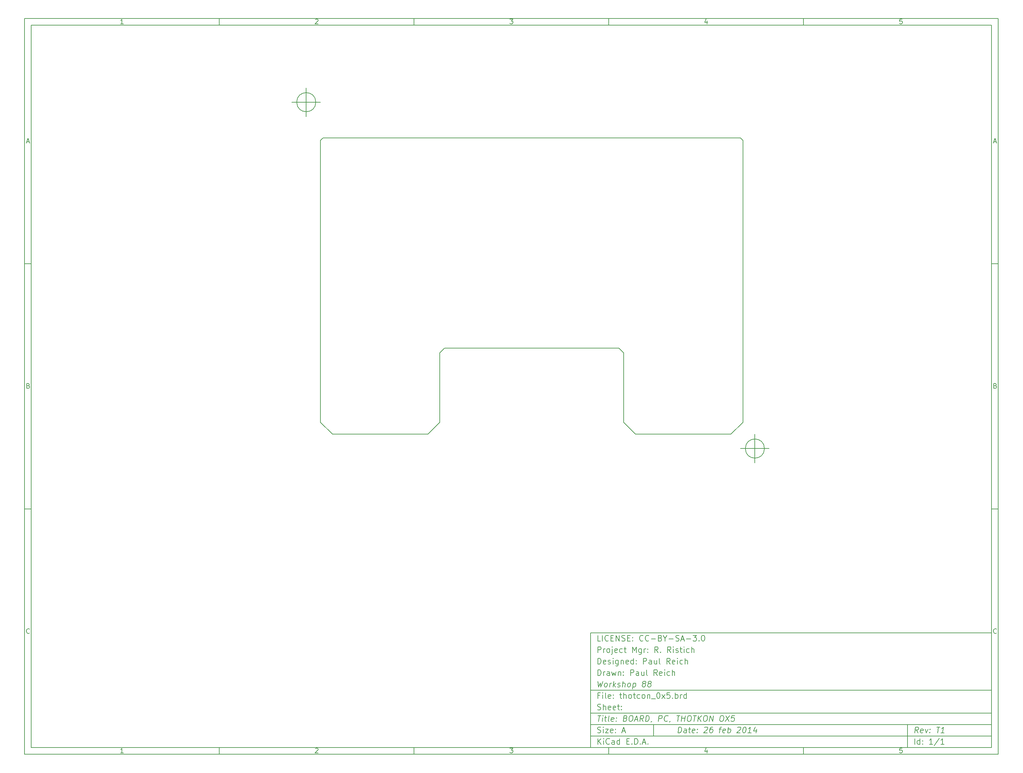
<source format=gbr>
G04 (created by PCBNEW (2013-dec-23)-stable) date Wed 26 Feb 2014 13:08:01 CST*
%MOIN*%
G04 Gerber Fmt 3.4, Leading zero omitted, Abs format*
%FSLAX34Y34*%
G01*
G70*
G90*
G04 APERTURE LIST*
%ADD10C,0.00590551*%
%ADD11C,0.006*%
G04 APERTURE END LIST*
G54D10*
X4000Y-4000D02*
X106000Y-4000D01*
X106000Y-81000D01*
X4000Y-81000D01*
X4000Y-4000D01*
X4700Y-4700D02*
X105300Y-4700D01*
X105300Y-80300D01*
X4700Y-80300D01*
X4700Y-4700D01*
X24400Y-4000D02*
X24400Y-4700D01*
X14342Y-4552D02*
X14057Y-4552D01*
X14200Y-4552D02*
X14200Y-4052D01*
X14152Y-4123D01*
X14104Y-4171D01*
X14057Y-4195D01*
X24400Y-81000D02*
X24400Y-80300D01*
X14342Y-80852D02*
X14057Y-80852D01*
X14200Y-80852D02*
X14200Y-80352D01*
X14152Y-80423D01*
X14104Y-80471D01*
X14057Y-80495D01*
X44800Y-4000D02*
X44800Y-4700D01*
X34457Y-4100D02*
X34480Y-4076D01*
X34528Y-4052D01*
X34647Y-4052D01*
X34695Y-4076D01*
X34719Y-4100D01*
X34742Y-4147D01*
X34742Y-4195D01*
X34719Y-4266D01*
X34433Y-4552D01*
X34742Y-4552D01*
X44800Y-81000D02*
X44800Y-80300D01*
X34457Y-80400D02*
X34480Y-80376D01*
X34528Y-80352D01*
X34647Y-80352D01*
X34695Y-80376D01*
X34719Y-80400D01*
X34742Y-80447D01*
X34742Y-80495D01*
X34719Y-80566D01*
X34433Y-80852D01*
X34742Y-80852D01*
X65200Y-4000D02*
X65200Y-4700D01*
X54833Y-4052D02*
X55142Y-4052D01*
X54976Y-4242D01*
X55047Y-4242D01*
X55095Y-4266D01*
X55119Y-4290D01*
X55142Y-4338D01*
X55142Y-4457D01*
X55119Y-4504D01*
X55095Y-4528D01*
X55047Y-4552D01*
X54904Y-4552D01*
X54857Y-4528D01*
X54833Y-4504D01*
X65200Y-81000D02*
X65200Y-80300D01*
X54833Y-80352D02*
X55142Y-80352D01*
X54976Y-80542D01*
X55047Y-80542D01*
X55095Y-80566D01*
X55119Y-80590D01*
X55142Y-80638D01*
X55142Y-80757D01*
X55119Y-80804D01*
X55095Y-80828D01*
X55047Y-80852D01*
X54904Y-80852D01*
X54857Y-80828D01*
X54833Y-80804D01*
X85600Y-4000D02*
X85600Y-4700D01*
X75495Y-4219D02*
X75495Y-4552D01*
X75376Y-4028D02*
X75257Y-4385D01*
X75566Y-4385D01*
X85600Y-81000D02*
X85600Y-80300D01*
X75495Y-80519D02*
X75495Y-80852D01*
X75376Y-80328D02*
X75257Y-80685D01*
X75566Y-80685D01*
X95919Y-4052D02*
X95680Y-4052D01*
X95657Y-4290D01*
X95680Y-4266D01*
X95728Y-4242D01*
X95847Y-4242D01*
X95895Y-4266D01*
X95919Y-4290D01*
X95942Y-4338D01*
X95942Y-4457D01*
X95919Y-4504D01*
X95895Y-4528D01*
X95847Y-4552D01*
X95728Y-4552D01*
X95680Y-4528D01*
X95657Y-4504D01*
X95919Y-80352D02*
X95680Y-80352D01*
X95657Y-80590D01*
X95680Y-80566D01*
X95728Y-80542D01*
X95847Y-80542D01*
X95895Y-80566D01*
X95919Y-80590D01*
X95942Y-80638D01*
X95942Y-80757D01*
X95919Y-80804D01*
X95895Y-80828D01*
X95847Y-80852D01*
X95728Y-80852D01*
X95680Y-80828D01*
X95657Y-80804D01*
X4000Y-29660D02*
X4700Y-29660D01*
X4230Y-16889D02*
X4469Y-16889D01*
X4183Y-17032D02*
X4350Y-16532D01*
X4516Y-17032D01*
X106000Y-29660D02*
X105300Y-29660D01*
X105530Y-16889D02*
X105769Y-16889D01*
X105483Y-17032D02*
X105650Y-16532D01*
X105816Y-17032D01*
X4000Y-55320D02*
X4700Y-55320D01*
X4385Y-42430D02*
X4457Y-42454D01*
X4480Y-42478D01*
X4504Y-42525D01*
X4504Y-42597D01*
X4480Y-42644D01*
X4457Y-42668D01*
X4409Y-42692D01*
X4219Y-42692D01*
X4219Y-42192D01*
X4385Y-42192D01*
X4433Y-42216D01*
X4457Y-42240D01*
X4480Y-42287D01*
X4480Y-42335D01*
X4457Y-42382D01*
X4433Y-42406D01*
X4385Y-42430D01*
X4219Y-42430D01*
X106000Y-55320D02*
X105300Y-55320D01*
X105685Y-42430D02*
X105757Y-42454D01*
X105780Y-42478D01*
X105804Y-42525D01*
X105804Y-42597D01*
X105780Y-42644D01*
X105757Y-42668D01*
X105709Y-42692D01*
X105519Y-42692D01*
X105519Y-42192D01*
X105685Y-42192D01*
X105733Y-42216D01*
X105757Y-42240D01*
X105780Y-42287D01*
X105780Y-42335D01*
X105757Y-42382D01*
X105733Y-42406D01*
X105685Y-42430D01*
X105519Y-42430D01*
X4504Y-68304D02*
X4480Y-68328D01*
X4409Y-68352D01*
X4361Y-68352D01*
X4290Y-68328D01*
X4242Y-68280D01*
X4219Y-68233D01*
X4195Y-68138D01*
X4195Y-68066D01*
X4219Y-67971D01*
X4242Y-67923D01*
X4290Y-67876D01*
X4361Y-67852D01*
X4409Y-67852D01*
X4480Y-67876D01*
X4504Y-67900D01*
X105804Y-68304D02*
X105780Y-68328D01*
X105709Y-68352D01*
X105661Y-68352D01*
X105590Y-68328D01*
X105542Y-68280D01*
X105519Y-68233D01*
X105495Y-68138D01*
X105495Y-68066D01*
X105519Y-67971D01*
X105542Y-67923D01*
X105590Y-67876D01*
X105661Y-67852D01*
X105709Y-67852D01*
X105780Y-67876D01*
X105804Y-67900D01*
X72450Y-78742D02*
X72525Y-78142D01*
X72667Y-78142D01*
X72750Y-78171D01*
X72800Y-78228D01*
X72821Y-78285D01*
X72835Y-78400D01*
X72825Y-78485D01*
X72782Y-78600D01*
X72746Y-78657D01*
X72682Y-78714D01*
X72592Y-78742D01*
X72450Y-78742D01*
X73307Y-78742D02*
X73346Y-78428D01*
X73325Y-78371D01*
X73271Y-78342D01*
X73157Y-78342D01*
X73096Y-78371D01*
X73310Y-78714D02*
X73250Y-78742D01*
X73107Y-78742D01*
X73053Y-78714D01*
X73032Y-78657D01*
X73039Y-78600D01*
X73075Y-78542D01*
X73135Y-78514D01*
X73278Y-78514D01*
X73339Y-78485D01*
X73557Y-78342D02*
X73785Y-78342D01*
X73667Y-78142D02*
X73603Y-78657D01*
X73625Y-78714D01*
X73678Y-78742D01*
X73735Y-78742D01*
X74167Y-78714D02*
X74107Y-78742D01*
X73992Y-78742D01*
X73939Y-78714D01*
X73917Y-78657D01*
X73946Y-78428D01*
X73982Y-78371D01*
X74042Y-78342D01*
X74157Y-78342D01*
X74210Y-78371D01*
X74232Y-78428D01*
X74225Y-78485D01*
X73932Y-78542D01*
X74457Y-78685D02*
X74482Y-78714D01*
X74450Y-78742D01*
X74425Y-78714D01*
X74457Y-78685D01*
X74450Y-78742D01*
X74496Y-78371D02*
X74521Y-78400D01*
X74489Y-78428D01*
X74464Y-78400D01*
X74496Y-78371D01*
X74489Y-78428D01*
X75232Y-78200D02*
X75264Y-78171D01*
X75325Y-78142D01*
X75467Y-78142D01*
X75521Y-78171D01*
X75546Y-78200D01*
X75567Y-78257D01*
X75560Y-78314D01*
X75521Y-78400D01*
X75135Y-78742D01*
X75507Y-78742D01*
X76096Y-78142D02*
X75982Y-78142D01*
X75921Y-78171D01*
X75889Y-78200D01*
X75821Y-78285D01*
X75778Y-78400D01*
X75750Y-78628D01*
X75771Y-78685D01*
X75796Y-78714D01*
X75850Y-78742D01*
X75964Y-78742D01*
X76025Y-78714D01*
X76057Y-78685D01*
X76092Y-78628D01*
X76110Y-78485D01*
X76089Y-78428D01*
X76064Y-78400D01*
X76010Y-78371D01*
X75896Y-78371D01*
X75835Y-78400D01*
X75803Y-78428D01*
X75767Y-78485D01*
X76757Y-78342D02*
X76985Y-78342D01*
X76792Y-78742D02*
X76857Y-78228D01*
X76892Y-78171D01*
X76953Y-78142D01*
X77010Y-78142D01*
X77367Y-78714D02*
X77307Y-78742D01*
X77192Y-78742D01*
X77139Y-78714D01*
X77117Y-78657D01*
X77146Y-78428D01*
X77182Y-78371D01*
X77242Y-78342D01*
X77357Y-78342D01*
X77410Y-78371D01*
X77432Y-78428D01*
X77425Y-78485D01*
X77132Y-78542D01*
X77650Y-78742D02*
X77725Y-78142D01*
X77696Y-78371D02*
X77757Y-78342D01*
X77871Y-78342D01*
X77925Y-78371D01*
X77950Y-78400D01*
X77971Y-78457D01*
X77950Y-78628D01*
X77914Y-78685D01*
X77882Y-78714D01*
X77821Y-78742D01*
X77707Y-78742D01*
X77653Y-78714D01*
X78689Y-78200D02*
X78721Y-78171D01*
X78782Y-78142D01*
X78925Y-78142D01*
X78978Y-78171D01*
X79003Y-78200D01*
X79025Y-78257D01*
X79017Y-78314D01*
X78978Y-78400D01*
X78592Y-78742D01*
X78964Y-78742D01*
X79410Y-78142D02*
X79467Y-78142D01*
X79521Y-78171D01*
X79546Y-78200D01*
X79567Y-78257D01*
X79582Y-78371D01*
X79564Y-78514D01*
X79521Y-78628D01*
X79485Y-78685D01*
X79453Y-78714D01*
X79392Y-78742D01*
X79335Y-78742D01*
X79282Y-78714D01*
X79257Y-78685D01*
X79235Y-78628D01*
X79221Y-78514D01*
X79239Y-78371D01*
X79282Y-78257D01*
X79317Y-78200D01*
X79350Y-78171D01*
X79410Y-78142D01*
X80107Y-78742D02*
X79764Y-78742D01*
X79935Y-78742D02*
X80010Y-78142D01*
X79942Y-78228D01*
X79878Y-78285D01*
X79817Y-78314D01*
X80671Y-78342D02*
X80621Y-78742D01*
X80557Y-78114D02*
X80360Y-78542D01*
X80732Y-78542D01*
X64042Y-79942D02*
X64042Y-79342D01*
X64385Y-79942D02*
X64128Y-79600D01*
X64385Y-79342D02*
X64042Y-79685D01*
X64642Y-79942D02*
X64642Y-79542D01*
X64642Y-79342D02*
X64614Y-79371D01*
X64642Y-79400D01*
X64671Y-79371D01*
X64642Y-79342D01*
X64642Y-79400D01*
X65271Y-79885D02*
X65242Y-79914D01*
X65157Y-79942D01*
X65100Y-79942D01*
X65014Y-79914D01*
X64957Y-79857D01*
X64928Y-79800D01*
X64900Y-79685D01*
X64900Y-79600D01*
X64928Y-79485D01*
X64957Y-79428D01*
X65014Y-79371D01*
X65100Y-79342D01*
X65157Y-79342D01*
X65242Y-79371D01*
X65271Y-79400D01*
X65785Y-79942D02*
X65785Y-79628D01*
X65757Y-79571D01*
X65700Y-79542D01*
X65585Y-79542D01*
X65528Y-79571D01*
X65785Y-79914D02*
X65728Y-79942D01*
X65585Y-79942D01*
X65528Y-79914D01*
X65500Y-79857D01*
X65500Y-79800D01*
X65528Y-79742D01*
X65585Y-79714D01*
X65728Y-79714D01*
X65785Y-79685D01*
X66328Y-79942D02*
X66328Y-79342D01*
X66328Y-79914D02*
X66271Y-79942D01*
X66157Y-79942D01*
X66100Y-79914D01*
X66071Y-79885D01*
X66042Y-79828D01*
X66042Y-79657D01*
X66071Y-79600D01*
X66100Y-79571D01*
X66157Y-79542D01*
X66271Y-79542D01*
X66328Y-79571D01*
X67071Y-79628D02*
X67271Y-79628D01*
X67357Y-79942D02*
X67071Y-79942D01*
X67071Y-79342D01*
X67357Y-79342D01*
X67614Y-79885D02*
X67642Y-79914D01*
X67614Y-79942D01*
X67585Y-79914D01*
X67614Y-79885D01*
X67614Y-79942D01*
X67899Y-79942D02*
X67899Y-79342D01*
X68042Y-79342D01*
X68128Y-79371D01*
X68185Y-79428D01*
X68214Y-79485D01*
X68242Y-79600D01*
X68242Y-79685D01*
X68214Y-79800D01*
X68185Y-79857D01*
X68128Y-79914D01*
X68042Y-79942D01*
X67899Y-79942D01*
X68499Y-79885D02*
X68528Y-79914D01*
X68499Y-79942D01*
X68471Y-79914D01*
X68499Y-79885D01*
X68499Y-79942D01*
X68757Y-79771D02*
X69042Y-79771D01*
X68699Y-79942D02*
X68899Y-79342D01*
X69099Y-79942D01*
X69299Y-79885D02*
X69328Y-79914D01*
X69299Y-79942D01*
X69271Y-79914D01*
X69299Y-79885D01*
X69299Y-79942D01*
X97592Y-78742D02*
X97428Y-78457D01*
X97250Y-78742D02*
X97325Y-78142D01*
X97553Y-78142D01*
X97607Y-78171D01*
X97632Y-78200D01*
X97653Y-78257D01*
X97642Y-78342D01*
X97607Y-78400D01*
X97575Y-78428D01*
X97514Y-78457D01*
X97285Y-78457D01*
X98082Y-78714D02*
X98021Y-78742D01*
X97907Y-78742D01*
X97853Y-78714D01*
X97832Y-78657D01*
X97860Y-78428D01*
X97896Y-78371D01*
X97957Y-78342D01*
X98071Y-78342D01*
X98125Y-78371D01*
X98146Y-78428D01*
X98139Y-78485D01*
X97846Y-78542D01*
X98357Y-78342D02*
X98450Y-78742D01*
X98642Y-78342D01*
X98828Y-78685D02*
X98853Y-78714D01*
X98821Y-78742D01*
X98796Y-78714D01*
X98828Y-78685D01*
X98821Y-78742D01*
X98867Y-78371D02*
X98892Y-78400D01*
X98860Y-78428D01*
X98835Y-78400D01*
X98867Y-78371D01*
X98860Y-78428D01*
X99553Y-78142D02*
X99896Y-78142D01*
X99650Y-78742D02*
X99725Y-78142D01*
X100335Y-78742D02*
X99992Y-78742D01*
X100164Y-78742D02*
X100239Y-78142D01*
X100171Y-78228D01*
X100107Y-78285D01*
X100046Y-78314D01*
X64014Y-78714D02*
X64100Y-78742D01*
X64242Y-78742D01*
X64300Y-78714D01*
X64328Y-78685D01*
X64357Y-78628D01*
X64357Y-78571D01*
X64328Y-78514D01*
X64300Y-78485D01*
X64242Y-78457D01*
X64128Y-78428D01*
X64071Y-78400D01*
X64042Y-78371D01*
X64014Y-78314D01*
X64014Y-78257D01*
X64042Y-78200D01*
X64071Y-78171D01*
X64128Y-78142D01*
X64271Y-78142D01*
X64357Y-78171D01*
X64614Y-78742D02*
X64614Y-78342D01*
X64614Y-78142D02*
X64585Y-78171D01*
X64614Y-78200D01*
X64642Y-78171D01*
X64614Y-78142D01*
X64614Y-78200D01*
X64842Y-78342D02*
X65157Y-78342D01*
X64842Y-78742D01*
X65157Y-78742D01*
X65614Y-78714D02*
X65557Y-78742D01*
X65442Y-78742D01*
X65385Y-78714D01*
X65357Y-78657D01*
X65357Y-78428D01*
X65385Y-78371D01*
X65442Y-78342D01*
X65557Y-78342D01*
X65614Y-78371D01*
X65642Y-78428D01*
X65642Y-78485D01*
X65357Y-78542D01*
X65900Y-78685D02*
X65928Y-78714D01*
X65900Y-78742D01*
X65871Y-78714D01*
X65900Y-78685D01*
X65900Y-78742D01*
X65900Y-78371D02*
X65928Y-78400D01*
X65900Y-78428D01*
X65871Y-78400D01*
X65900Y-78371D01*
X65900Y-78428D01*
X66614Y-78571D02*
X66900Y-78571D01*
X66557Y-78742D02*
X66757Y-78142D01*
X66957Y-78742D01*
X97242Y-79942D02*
X97242Y-79342D01*
X97785Y-79942D02*
X97785Y-79342D01*
X97785Y-79914D02*
X97728Y-79942D01*
X97614Y-79942D01*
X97557Y-79914D01*
X97528Y-79885D01*
X97500Y-79828D01*
X97500Y-79657D01*
X97528Y-79600D01*
X97557Y-79571D01*
X97614Y-79542D01*
X97728Y-79542D01*
X97785Y-79571D01*
X98071Y-79885D02*
X98100Y-79914D01*
X98071Y-79942D01*
X98042Y-79914D01*
X98071Y-79885D01*
X98071Y-79942D01*
X98071Y-79571D02*
X98100Y-79600D01*
X98071Y-79628D01*
X98042Y-79600D01*
X98071Y-79571D01*
X98071Y-79628D01*
X99128Y-79942D02*
X98785Y-79942D01*
X98957Y-79942D02*
X98957Y-79342D01*
X98899Y-79428D01*
X98842Y-79485D01*
X98785Y-79514D01*
X99814Y-79314D02*
X99300Y-80085D01*
X100328Y-79942D02*
X99985Y-79942D01*
X100157Y-79942D02*
X100157Y-79342D01*
X100099Y-79428D01*
X100042Y-79485D01*
X99985Y-79514D01*
X64039Y-76942D02*
X64382Y-76942D01*
X64135Y-77542D02*
X64210Y-76942D01*
X64507Y-77542D02*
X64557Y-77142D01*
X64582Y-76942D02*
X64550Y-76971D01*
X64575Y-77000D01*
X64607Y-76971D01*
X64582Y-76942D01*
X64575Y-77000D01*
X64757Y-77142D02*
X64985Y-77142D01*
X64867Y-76942D02*
X64803Y-77457D01*
X64825Y-77514D01*
X64878Y-77542D01*
X64935Y-77542D01*
X65221Y-77542D02*
X65167Y-77514D01*
X65146Y-77457D01*
X65210Y-76942D01*
X65682Y-77514D02*
X65621Y-77542D01*
X65507Y-77542D01*
X65453Y-77514D01*
X65432Y-77457D01*
X65460Y-77228D01*
X65496Y-77171D01*
X65557Y-77142D01*
X65671Y-77142D01*
X65725Y-77171D01*
X65746Y-77228D01*
X65739Y-77285D01*
X65446Y-77342D01*
X65971Y-77485D02*
X65996Y-77514D01*
X65964Y-77542D01*
X65939Y-77514D01*
X65971Y-77485D01*
X65964Y-77542D01*
X66010Y-77171D02*
X66035Y-77200D01*
X66003Y-77228D01*
X65978Y-77200D01*
X66010Y-77171D01*
X66003Y-77228D01*
X66946Y-77228D02*
X67028Y-77257D01*
X67053Y-77285D01*
X67075Y-77342D01*
X67064Y-77428D01*
X67028Y-77485D01*
X66996Y-77514D01*
X66935Y-77542D01*
X66707Y-77542D01*
X66782Y-76942D01*
X66982Y-76942D01*
X67035Y-76971D01*
X67060Y-77000D01*
X67082Y-77057D01*
X67075Y-77114D01*
X67039Y-77171D01*
X67007Y-77200D01*
X66946Y-77228D01*
X66746Y-77228D01*
X67496Y-76942D02*
X67610Y-76942D01*
X67664Y-76971D01*
X67714Y-77028D01*
X67728Y-77142D01*
X67703Y-77342D01*
X67660Y-77457D01*
X67596Y-77514D01*
X67535Y-77542D01*
X67421Y-77542D01*
X67367Y-77514D01*
X67317Y-77457D01*
X67303Y-77342D01*
X67328Y-77142D01*
X67371Y-77028D01*
X67435Y-76971D01*
X67496Y-76942D01*
X67928Y-77371D02*
X68214Y-77371D01*
X67850Y-77542D02*
X68125Y-76942D01*
X68250Y-77542D01*
X68792Y-77542D02*
X68628Y-77257D01*
X68450Y-77542D02*
X68525Y-76942D01*
X68753Y-76942D01*
X68807Y-76971D01*
X68832Y-77000D01*
X68853Y-77057D01*
X68842Y-77142D01*
X68807Y-77200D01*
X68775Y-77228D01*
X68714Y-77257D01*
X68485Y-77257D01*
X69050Y-77542D02*
X69125Y-76942D01*
X69267Y-76942D01*
X69350Y-76971D01*
X69400Y-77028D01*
X69421Y-77085D01*
X69435Y-77200D01*
X69425Y-77285D01*
X69382Y-77400D01*
X69346Y-77457D01*
X69282Y-77514D01*
X69192Y-77542D01*
X69050Y-77542D01*
X69682Y-77514D02*
X69678Y-77542D01*
X69642Y-77600D01*
X69610Y-77628D01*
X70392Y-77542D02*
X70467Y-76942D01*
X70696Y-76942D01*
X70749Y-76971D01*
X70775Y-77000D01*
X70796Y-77057D01*
X70785Y-77142D01*
X70750Y-77200D01*
X70717Y-77228D01*
X70657Y-77257D01*
X70428Y-77257D01*
X71342Y-77485D02*
X71310Y-77514D01*
X71221Y-77542D01*
X71164Y-77542D01*
X71082Y-77514D01*
X71032Y-77457D01*
X71010Y-77400D01*
X70996Y-77285D01*
X71007Y-77200D01*
X71050Y-77085D01*
X71085Y-77028D01*
X71149Y-76971D01*
X71239Y-76942D01*
X71296Y-76942D01*
X71378Y-76971D01*
X71403Y-77000D01*
X71625Y-77514D02*
X71621Y-77542D01*
X71585Y-77600D01*
X71553Y-77628D01*
X72325Y-76942D02*
X72667Y-76942D01*
X72421Y-77542D02*
X72496Y-76942D01*
X72792Y-77542D02*
X72867Y-76942D01*
X72832Y-77228D02*
X73175Y-77228D01*
X73135Y-77542D02*
X73210Y-76942D01*
X73610Y-76942D02*
X73725Y-76942D01*
X73778Y-76971D01*
X73828Y-77028D01*
X73842Y-77142D01*
X73817Y-77342D01*
X73774Y-77457D01*
X73710Y-77514D01*
X73650Y-77542D01*
X73535Y-77542D01*
X73482Y-77514D01*
X73432Y-77457D01*
X73417Y-77342D01*
X73442Y-77142D01*
X73485Y-77028D01*
X73549Y-76971D01*
X73610Y-76942D01*
X74039Y-76942D02*
X74382Y-76942D01*
X74135Y-77542D02*
X74210Y-76942D01*
X74507Y-77542D02*
X74582Y-76942D01*
X74849Y-77542D02*
X74635Y-77200D01*
X74924Y-76942D02*
X74539Y-77285D01*
X75296Y-76942D02*
X75410Y-76942D01*
X75464Y-76971D01*
X75514Y-77028D01*
X75528Y-77142D01*
X75503Y-77342D01*
X75460Y-77457D01*
X75396Y-77514D01*
X75335Y-77542D01*
X75221Y-77542D01*
X75167Y-77514D01*
X75117Y-77457D01*
X75103Y-77342D01*
X75128Y-77142D01*
X75171Y-77028D01*
X75235Y-76971D01*
X75296Y-76942D01*
X75735Y-77542D02*
X75810Y-76942D01*
X76078Y-77542D01*
X76153Y-76942D01*
X77010Y-76942D02*
X77124Y-76942D01*
X77178Y-76971D01*
X77228Y-77028D01*
X77242Y-77142D01*
X77217Y-77342D01*
X77174Y-77457D01*
X77110Y-77514D01*
X77049Y-77542D01*
X76935Y-77542D01*
X76882Y-77514D01*
X76832Y-77457D01*
X76817Y-77342D01*
X76842Y-77142D01*
X76885Y-77028D01*
X76949Y-76971D01*
X77010Y-76942D01*
X77467Y-76942D02*
X77792Y-77542D01*
X77867Y-76942D02*
X77392Y-77542D01*
X78382Y-76942D02*
X78096Y-76942D01*
X78032Y-77228D01*
X78064Y-77200D01*
X78124Y-77171D01*
X78267Y-77171D01*
X78321Y-77200D01*
X78346Y-77228D01*
X78367Y-77285D01*
X78349Y-77428D01*
X78314Y-77485D01*
X78282Y-77514D01*
X78221Y-77542D01*
X78078Y-77542D01*
X78024Y-77514D01*
X77999Y-77485D01*
X64242Y-74828D02*
X64042Y-74828D01*
X64042Y-75142D02*
X64042Y-74542D01*
X64328Y-74542D01*
X64557Y-75142D02*
X64557Y-74742D01*
X64557Y-74542D02*
X64528Y-74571D01*
X64557Y-74600D01*
X64585Y-74571D01*
X64557Y-74542D01*
X64557Y-74600D01*
X64928Y-75142D02*
X64871Y-75114D01*
X64842Y-75057D01*
X64842Y-74542D01*
X65385Y-75114D02*
X65328Y-75142D01*
X65214Y-75142D01*
X65157Y-75114D01*
X65128Y-75057D01*
X65128Y-74828D01*
X65157Y-74771D01*
X65214Y-74742D01*
X65328Y-74742D01*
X65385Y-74771D01*
X65414Y-74828D01*
X65414Y-74885D01*
X65128Y-74942D01*
X65671Y-75085D02*
X65700Y-75114D01*
X65671Y-75142D01*
X65642Y-75114D01*
X65671Y-75085D01*
X65671Y-75142D01*
X65671Y-74771D02*
X65700Y-74800D01*
X65671Y-74828D01*
X65642Y-74800D01*
X65671Y-74771D01*
X65671Y-74828D01*
X66328Y-74742D02*
X66557Y-74742D01*
X66414Y-74542D02*
X66414Y-75057D01*
X66442Y-75114D01*
X66500Y-75142D01*
X66557Y-75142D01*
X66757Y-75142D02*
X66757Y-74542D01*
X67014Y-75142D02*
X67014Y-74828D01*
X66985Y-74771D01*
X66928Y-74742D01*
X66842Y-74742D01*
X66785Y-74771D01*
X66757Y-74800D01*
X67385Y-75142D02*
X67328Y-75114D01*
X67300Y-75085D01*
X67271Y-75028D01*
X67271Y-74857D01*
X67300Y-74800D01*
X67328Y-74771D01*
X67385Y-74742D01*
X67471Y-74742D01*
X67528Y-74771D01*
X67557Y-74800D01*
X67585Y-74857D01*
X67585Y-75028D01*
X67557Y-75085D01*
X67528Y-75114D01*
X67471Y-75142D01*
X67385Y-75142D01*
X67757Y-74742D02*
X67985Y-74742D01*
X67842Y-74542D02*
X67842Y-75057D01*
X67871Y-75114D01*
X67928Y-75142D01*
X67985Y-75142D01*
X68442Y-75114D02*
X68385Y-75142D01*
X68271Y-75142D01*
X68214Y-75114D01*
X68185Y-75085D01*
X68157Y-75028D01*
X68157Y-74857D01*
X68185Y-74800D01*
X68214Y-74771D01*
X68271Y-74742D01*
X68385Y-74742D01*
X68442Y-74771D01*
X68785Y-75142D02*
X68728Y-75114D01*
X68700Y-75085D01*
X68671Y-75028D01*
X68671Y-74857D01*
X68700Y-74800D01*
X68728Y-74771D01*
X68785Y-74742D01*
X68871Y-74742D01*
X68928Y-74771D01*
X68957Y-74800D01*
X68985Y-74857D01*
X68985Y-75028D01*
X68957Y-75085D01*
X68928Y-75114D01*
X68871Y-75142D01*
X68785Y-75142D01*
X69242Y-74742D02*
X69242Y-75142D01*
X69242Y-74800D02*
X69271Y-74771D01*
X69328Y-74742D01*
X69414Y-74742D01*
X69471Y-74771D01*
X69500Y-74828D01*
X69500Y-75142D01*
X69642Y-75200D02*
X70100Y-75200D01*
X70357Y-74542D02*
X70414Y-74542D01*
X70471Y-74571D01*
X70500Y-74600D01*
X70528Y-74657D01*
X70557Y-74771D01*
X70557Y-74914D01*
X70528Y-75028D01*
X70500Y-75085D01*
X70471Y-75114D01*
X70414Y-75142D01*
X70357Y-75142D01*
X70300Y-75114D01*
X70271Y-75085D01*
X70242Y-75028D01*
X70214Y-74914D01*
X70214Y-74771D01*
X70242Y-74657D01*
X70271Y-74600D01*
X70300Y-74571D01*
X70357Y-74542D01*
X70757Y-75142D02*
X71071Y-74742D01*
X70757Y-74742D02*
X71071Y-75142D01*
X71585Y-74542D02*
X71300Y-74542D01*
X71271Y-74828D01*
X71300Y-74800D01*
X71357Y-74771D01*
X71500Y-74771D01*
X71557Y-74800D01*
X71585Y-74828D01*
X71614Y-74885D01*
X71614Y-75028D01*
X71585Y-75085D01*
X71557Y-75114D01*
X71500Y-75142D01*
X71357Y-75142D01*
X71300Y-75114D01*
X71271Y-75085D01*
X71871Y-75085D02*
X71900Y-75114D01*
X71871Y-75142D01*
X71842Y-75114D01*
X71871Y-75085D01*
X71871Y-75142D01*
X72157Y-75142D02*
X72157Y-74542D01*
X72157Y-74771D02*
X72214Y-74742D01*
X72328Y-74742D01*
X72385Y-74771D01*
X72414Y-74800D01*
X72442Y-74857D01*
X72442Y-75028D01*
X72414Y-75085D01*
X72385Y-75114D01*
X72328Y-75142D01*
X72214Y-75142D01*
X72157Y-75114D01*
X72700Y-75142D02*
X72700Y-74742D01*
X72700Y-74857D02*
X72728Y-74800D01*
X72757Y-74771D01*
X72814Y-74742D01*
X72871Y-74742D01*
X73328Y-75142D02*
X73328Y-74542D01*
X73328Y-75114D02*
X73271Y-75142D01*
X73157Y-75142D01*
X73100Y-75114D01*
X73071Y-75085D01*
X73042Y-75028D01*
X73042Y-74857D01*
X73071Y-74800D01*
X73100Y-74771D01*
X73157Y-74742D01*
X73271Y-74742D01*
X73328Y-74771D01*
X64014Y-76314D02*
X64100Y-76342D01*
X64242Y-76342D01*
X64300Y-76314D01*
X64328Y-76285D01*
X64357Y-76228D01*
X64357Y-76171D01*
X64328Y-76114D01*
X64300Y-76085D01*
X64242Y-76057D01*
X64128Y-76028D01*
X64071Y-76000D01*
X64042Y-75971D01*
X64014Y-75914D01*
X64014Y-75857D01*
X64042Y-75800D01*
X64071Y-75771D01*
X64128Y-75742D01*
X64271Y-75742D01*
X64357Y-75771D01*
X64614Y-76342D02*
X64614Y-75742D01*
X64871Y-76342D02*
X64871Y-76028D01*
X64842Y-75971D01*
X64785Y-75942D01*
X64700Y-75942D01*
X64642Y-75971D01*
X64614Y-76000D01*
X65385Y-76314D02*
X65328Y-76342D01*
X65214Y-76342D01*
X65157Y-76314D01*
X65128Y-76257D01*
X65128Y-76028D01*
X65157Y-75971D01*
X65214Y-75942D01*
X65328Y-75942D01*
X65385Y-75971D01*
X65414Y-76028D01*
X65414Y-76085D01*
X65128Y-76142D01*
X65900Y-76314D02*
X65842Y-76342D01*
X65728Y-76342D01*
X65671Y-76314D01*
X65642Y-76257D01*
X65642Y-76028D01*
X65671Y-75971D01*
X65728Y-75942D01*
X65842Y-75942D01*
X65900Y-75971D01*
X65928Y-76028D01*
X65928Y-76085D01*
X65642Y-76142D01*
X66100Y-75942D02*
X66328Y-75942D01*
X66185Y-75742D02*
X66185Y-76257D01*
X66214Y-76314D01*
X66271Y-76342D01*
X66328Y-76342D01*
X66528Y-76285D02*
X66557Y-76314D01*
X66528Y-76342D01*
X66500Y-76314D01*
X66528Y-76285D01*
X66528Y-76342D01*
X66528Y-75971D02*
X66557Y-76000D01*
X66528Y-76028D01*
X66500Y-76000D01*
X66528Y-75971D01*
X66528Y-76028D01*
X64067Y-73342D02*
X64135Y-73942D01*
X64303Y-73514D01*
X64364Y-73942D01*
X64582Y-73342D01*
X64821Y-73942D02*
X64767Y-73914D01*
X64742Y-73885D01*
X64721Y-73828D01*
X64742Y-73657D01*
X64778Y-73600D01*
X64810Y-73571D01*
X64871Y-73542D01*
X64957Y-73542D01*
X65010Y-73571D01*
X65035Y-73600D01*
X65057Y-73657D01*
X65035Y-73828D01*
X65000Y-73885D01*
X64967Y-73914D01*
X64907Y-73942D01*
X64821Y-73942D01*
X65278Y-73942D02*
X65328Y-73542D01*
X65314Y-73657D02*
X65350Y-73600D01*
X65382Y-73571D01*
X65442Y-73542D01*
X65500Y-73542D01*
X65650Y-73942D02*
X65725Y-73342D01*
X65735Y-73714D02*
X65878Y-73942D01*
X65928Y-73542D02*
X65671Y-73771D01*
X66110Y-73914D02*
X66164Y-73942D01*
X66278Y-73942D01*
X66339Y-73914D01*
X66375Y-73857D01*
X66378Y-73828D01*
X66357Y-73771D01*
X66303Y-73742D01*
X66217Y-73742D01*
X66164Y-73714D01*
X66142Y-73657D01*
X66146Y-73628D01*
X66182Y-73571D01*
X66242Y-73542D01*
X66328Y-73542D01*
X66382Y-73571D01*
X66621Y-73942D02*
X66696Y-73342D01*
X66878Y-73942D02*
X66917Y-73628D01*
X66896Y-73571D01*
X66842Y-73542D01*
X66757Y-73542D01*
X66696Y-73571D01*
X66664Y-73600D01*
X67249Y-73942D02*
X67196Y-73914D01*
X67171Y-73885D01*
X67150Y-73828D01*
X67171Y-73657D01*
X67207Y-73600D01*
X67239Y-73571D01*
X67299Y-73542D01*
X67385Y-73542D01*
X67439Y-73571D01*
X67464Y-73600D01*
X67485Y-73657D01*
X67464Y-73828D01*
X67428Y-73885D01*
X67396Y-73914D01*
X67335Y-73942D01*
X67249Y-73942D01*
X67757Y-73542D02*
X67682Y-74142D01*
X67753Y-73571D02*
X67814Y-73542D01*
X67928Y-73542D01*
X67982Y-73571D01*
X68007Y-73600D01*
X68028Y-73657D01*
X68007Y-73828D01*
X67971Y-73885D01*
X67939Y-73914D01*
X67878Y-73942D01*
X67764Y-73942D01*
X67710Y-73914D01*
X68835Y-73600D02*
X68782Y-73571D01*
X68757Y-73542D01*
X68735Y-73485D01*
X68739Y-73457D01*
X68774Y-73400D01*
X68807Y-73371D01*
X68867Y-73342D01*
X68982Y-73342D01*
X69035Y-73371D01*
X69060Y-73400D01*
X69082Y-73457D01*
X69078Y-73485D01*
X69042Y-73542D01*
X69010Y-73571D01*
X68949Y-73600D01*
X68835Y-73600D01*
X68775Y-73628D01*
X68742Y-73657D01*
X68707Y-73714D01*
X68692Y-73828D01*
X68714Y-73885D01*
X68739Y-73914D01*
X68792Y-73942D01*
X68907Y-73942D01*
X68967Y-73914D01*
X68999Y-73885D01*
X69035Y-73828D01*
X69049Y-73714D01*
X69028Y-73657D01*
X69003Y-73628D01*
X68949Y-73600D01*
X69407Y-73600D02*
X69353Y-73571D01*
X69328Y-73542D01*
X69307Y-73485D01*
X69310Y-73457D01*
X69346Y-73400D01*
X69378Y-73371D01*
X69439Y-73342D01*
X69553Y-73342D01*
X69607Y-73371D01*
X69632Y-73400D01*
X69653Y-73457D01*
X69650Y-73485D01*
X69614Y-73542D01*
X69582Y-73571D01*
X69521Y-73600D01*
X69407Y-73600D01*
X69346Y-73628D01*
X69314Y-73657D01*
X69278Y-73714D01*
X69264Y-73828D01*
X69285Y-73885D01*
X69310Y-73914D01*
X69364Y-73942D01*
X69478Y-73942D01*
X69539Y-73914D01*
X69571Y-73885D01*
X69607Y-73828D01*
X69621Y-73714D01*
X69599Y-73657D01*
X69575Y-73628D01*
X69521Y-73600D01*
X64042Y-72742D02*
X64042Y-72142D01*
X64185Y-72142D01*
X64271Y-72171D01*
X64328Y-72228D01*
X64357Y-72285D01*
X64385Y-72400D01*
X64385Y-72485D01*
X64357Y-72600D01*
X64328Y-72657D01*
X64271Y-72714D01*
X64185Y-72742D01*
X64042Y-72742D01*
X64642Y-72742D02*
X64642Y-72342D01*
X64642Y-72457D02*
X64671Y-72400D01*
X64700Y-72371D01*
X64757Y-72342D01*
X64814Y-72342D01*
X65271Y-72742D02*
X65271Y-72428D01*
X65242Y-72371D01*
X65185Y-72342D01*
X65071Y-72342D01*
X65014Y-72371D01*
X65271Y-72714D02*
X65214Y-72742D01*
X65071Y-72742D01*
X65014Y-72714D01*
X64985Y-72657D01*
X64985Y-72600D01*
X65014Y-72542D01*
X65071Y-72514D01*
X65214Y-72514D01*
X65271Y-72485D01*
X65500Y-72342D02*
X65614Y-72742D01*
X65728Y-72457D01*
X65842Y-72742D01*
X65957Y-72342D01*
X66185Y-72342D02*
X66185Y-72742D01*
X66185Y-72400D02*
X66214Y-72371D01*
X66271Y-72342D01*
X66357Y-72342D01*
X66414Y-72371D01*
X66442Y-72428D01*
X66442Y-72742D01*
X66728Y-72685D02*
X66757Y-72714D01*
X66728Y-72742D01*
X66700Y-72714D01*
X66728Y-72685D01*
X66728Y-72742D01*
X66728Y-72371D02*
X66757Y-72400D01*
X66728Y-72428D01*
X66700Y-72400D01*
X66728Y-72371D01*
X66728Y-72428D01*
X67471Y-72742D02*
X67471Y-72142D01*
X67700Y-72142D01*
X67757Y-72171D01*
X67785Y-72200D01*
X67814Y-72257D01*
X67814Y-72342D01*
X67785Y-72400D01*
X67757Y-72428D01*
X67700Y-72457D01*
X67471Y-72457D01*
X68328Y-72742D02*
X68328Y-72428D01*
X68300Y-72371D01*
X68242Y-72342D01*
X68128Y-72342D01*
X68071Y-72371D01*
X68328Y-72714D02*
X68271Y-72742D01*
X68128Y-72742D01*
X68071Y-72714D01*
X68042Y-72657D01*
X68042Y-72600D01*
X68071Y-72542D01*
X68128Y-72514D01*
X68271Y-72514D01*
X68328Y-72485D01*
X68871Y-72342D02*
X68871Y-72742D01*
X68614Y-72342D02*
X68614Y-72657D01*
X68642Y-72714D01*
X68699Y-72742D01*
X68785Y-72742D01*
X68842Y-72714D01*
X68871Y-72685D01*
X69242Y-72742D02*
X69185Y-72714D01*
X69157Y-72657D01*
X69157Y-72142D01*
X70271Y-72742D02*
X70071Y-72457D01*
X69928Y-72742D02*
X69928Y-72142D01*
X70157Y-72142D01*
X70214Y-72171D01*
X70242Y-72200D01*
X70271Y-72257D01*
X70271Y-72342D01*
X70242Y-72400D01*
X70214Y-72428D01*
X70157Y-72457D01*
X69928Y-72457D01*
X70757Y-72714D02*
X70700Y-72742D01*
X70585Y-72742D01*
X70528Y-72714D01*
X70500Y-72657D01*
X70500Y-72428D01*
X70528Y-72371D01*
X70585Y-72342D01*
X70700Y-72342D01*
X70757Y-72371D01*
X70785Y-72428D01*
X70785Y-72485D01*
X70500Y-72542D01*
X71042Y-72742D02*
X71042Y-72342D01*
X71042Y-72142D02*
X71014Y-72171D01*
X71042Y-72200D01*
X71071Y-72171D01*
X71042Y-72142D01*
X71042Y-72200D01*
X71585Y-72714D02*
X71528Y-72742D01*
X71414Y-72742D01*
X71357Y-72714D01*
X71328Y-72685D01*
X71300Y-72628D01*
X71300Y-72457D01*
X71328Y-72400D01*
X71357Y-72371D01*
X71414Y-72342D01*
X71528Y-72342D01*
X71585Y-72371D01*
X71842Y-72742D02*
X71842Y-72142D01*
X72100Y-72742D02*
X72100Y-72428D01*
X72071Y-72371D01*
X72014Y-72342D01*
X71928Y-72342D01*
X71871Y-72371D01*
X71842Y-72400D01*
X64042Y-71542D02*
X64042Y-70942D01*
X64185Y-70942D01*
X64271Y-70971D01*
X64328Y-71028D01*
X64357Y-71085D01*
X64385Y-71200D01*
X64385Y-71285D01*
X64357Y-71400D01*
X64328Y-71457D01*
X64271Y-71514D01*
X64185Y-71542D01*
X64042Y-71542D01*
X64871Y-71514D02*
X64814Y-71542D01*
X64700Y-71542D01*
X64642Y-71514D01*
X64614Y-71457D01*
X64614Y-71228D01*
X64642Y-71171D01*
X64700Y-71142D01*
X64814Y-71142D01*
X64871Y-71171D01*
X64900Y-71228D01*
X64900Y-71285D01*
X64614Y-71342D01*
X65128Y-71514D02*
X65185Y-71542D01*
X65300Y-71542D01*
X65357Y-71514D01*
X65385Y-71457D01*
X65385Y-71428D01*
X65357Y-71371D01*
X65300Y-71342D01*
X65214Y-71342D01*
X65157Y-71314D01*
X65128Y-71257D01*
X65128Y-71228D01*
X65157Y-71171D01*
X65214Y-71142D01*
X65300Y-71142D01*
X65357Y-71171D01*
X65642Y-71542D02*
X65642Y-71142D01*
X65642Y-70942D02*
X65614Y-70971D01*
X65642Y-71000D01*
X65671Y-70971D01*
X65642Y-70942D01*
X65642Y-71000D01*
X66185Y-71142D02*
X66185Y-71628D01*
X66157Y-71685D01*
X66128Y-71714D01*
X66071Y-71742D01*
X65985Y-71742D01*
X65928Y-71714D01*
X66185Y-71514D02*
X66128Y-71542D01*
X66014Y-71542D01*
X65957Y-71514D01*
X65928Y-71485D01*
X65900Y-71428D01*
X65900Y-71257D01*
X65928Y-71200D01*
X65957Y-71171D01*
X66014Y-71142D01*
X66128Y-71142D01*
X66185Y-71171D01*
X66471Y-71142D02*
X66471Y-71542D01*
X66471Y-71200D02*
X66500Y-71171D01*
X66557Y-71142D01*
X66642Y-71142D01*
X66700Y-71171D01*
X66728Y-71228D01*
X66728Y-71542D01*
X67242Y-71514D02*
X67185Y-71542D01*
X67071Y-71542D01*
X67014Y-71514D01*
X66985Y-71457D01*
X66985Y-71228D01*
X67014Y-71171D01*
X67071Y-71142D01*
X67185Y-71142D01*
X67242Y-71171D01*
X67271Y-71228D01*
X67271Y-71285D01*
X66985Y-71342D01*
X67785Y-71542D02*
X67785Y-70942D01*
X67785Y-71514D02*
X67728Y-71542D01*
X67614Y-71542D01*
X67557Y-71514D01*
X67528Y-71485D01*
X67500Y-71428D01*
X67500Y-71257D01*
X67528Y-71200D01*
X67557Y-71171D01*
X67614Y-71142D01*
X67728Y-71142D01*
X67785Y-71171D01*
X68071Y-71485D02*
X68100Y-71514D01*
X68071Y-71542D01*
X68042Y-71514D01*
X68071Y-71485D01*
X68071Y-71542D01*
X68071Y-71171D02*
X68100Y-71200D01*
X68071Y-71228D01*
X68042Y-71200D01*
X68071Y-71171D01*
X68071Y-71228D01*
X68814Y-71542D02*
X68814Y-70942D01*
X69042Y-70942D01*
X69099Y-70971D01*
X69128Y-71000D01*
X69157Y-71057D01*
X69157Y-71142D01*
X69128Y-71200D01*
X69099Y-71228D01*
X69042Y-71257D01*
X68814Y-71257D01*
X69671Y-71542D02*
X69671Y-71228D01*
X69642Y-71171D01*
X69585Y-71142D01*
X69471Y-71142D01*
X69414Y-71171D01*
X69671Y-71514D02*
X69614Y-71542D01*
X69471Y-71542D01*
X69414Y-71514D01*
X69385Y-71457D01*
X69385Y-71400D01*
X69414Y-71342D01*
X69471Y-71314D01*
X69614Y-71314D01*
X69671Y-71285D01*
X70214Y-71142D02*
X70214Y-71542D01*
X69957Y-71142D02*
X69957Y-71457D01*
X69985Y-71514D01*
X70042Y-71542D01*
X70128Y-71542D01*
X70185Y-71514D01*
X70214Y-71485D01*
X70585Y-71542D02*
X70528Y-71514D01*
X70499Y-71457D01*
X70499Y-70942D01*
X71614Y-71542D02*
X71414Y-71257D01*
X71271Y-71542D02*
X71271Y-70942D01*
X71500Y-70942D01*
X71557Y-70971D01*
X71585Y-71000D01*
X71614Y-71057D01*
X71614Y-71142D01*
X71585Y-71200D01*
X71557Y-71228D01*
X71500Y-71257D01*
X71271Y-71257D01*
X72100Y-71514D02*
X72042Y-71542D01*
X71928Y-71542D01*
X71871Y-71514D01*
X71842Y-71457D01*
X71842Y-71228D01*
X71871Y-71171D01*
X71928Y-71142D01*
X72042Y-71142D01*
X72100Y-71171D01*
X72128Y-71228D01*
X72128Y-71285D01*
X71842Y-71342D01*
X72385Y-71542D02*
X72385Y-71142D01*
X72385Y-70942D02*
X72357Y-70971D01*
X72385Y-71000D01*
X72414Y-70971D01*
X72385Y-70942D01*
X72385Y-71000D01*
X72928Y-71514D02*
X72871Y-71542D01*
X72757Y-71542D01*
X72700Y-71514D01*
X72671Y-71485D01*
X72642Y-71428D01*
X72642Y-71257D01*
X72671Y-71200D01*
X72700Y-71171D01*
X72757Y-71142D01*
X72871Y-71142D01*
X72928Y-71171D01*
X73185Y-71542D02*
X73185Y-70942D01*
X73442Y-71542D02*
X73442Y-71228D01*
X73414Y-71171D01*
X73357Y-71142D01*
X73271Y-71142D01*
X73214Y-71171D01*
X73185Y-71200D01*
X64042Y-70342D02*
X64042Y-69742D01*
X64271Y-69742D01*
X64328Y-69771D01*
X64357Y-69800D01*
X64385Y-69857D01*
X64385Y-69942D01*
X64357Y-70000D01*
X64328Y-70028D01*
X64271Y-70057D01*
X64042Y-70057D01*
X64642Y-70342D02*
X64642Y-69942D01*
X64642Y-70057D02*
X64671Y-70000D01*
X64700Y-69971D01*
X64757Y-69942D01*
X64814Y-69942D01*
X65100Y-70342D02*
X65042Y-70314D01*
X65014Y-70285D01*
X64985Y-70228D01*
X64985Y-70057D01*
X65014Y-70000D01*
X65042Y-69971D01*
X65100Y-69942D01*
X65185Y-69942D01*
X65242Y-69971D01*
X65271Y-70000D01*
X65300Y-70057D01*
X65300Y-70228D01*
X65271Y-70285D01*
X65242Y-70314D01*
X65185Y-70342D01*
X65100Y-70342D01*
X65557Y-69942D02*
X65557Y-70457D01*
X65528Y-70514D01*
X65471Y-70542D01*
X65442Y-70542D01*
X65557Y-69742D02*
X65528Y-69771D01*
X65557Y-69800D01*
X65585Y-69771D01*
X65557Y-69742D01*
X65557Y-69800D01*
X66071Y-70314D02*
X66014Y-70342D01*
X65900Y-70342D01*
X65842Y-70314D01*
X65814Y-70257D01*
X65814Y-70028D01*
X65842Y-69971D01*
X65900Y-69942D01*
X66014Y-69942D01*
X66071Y-69971D01*
X66100Y-70028D01*
X66100Y-70085D01*
X65814Y-70142D01*
X66614Y-70314D02*
X66557Y-70342D01*
X66442Y-70342D01*
X66385Y-70314D01*
X66357Y-70285D01*
X66328Y-70228D01*
X66328Y-70057D01*
X66357Y-70000D01*
X66385Y-69971D01*
X66442Y-69942D01*
X66557Y-69942D01*
X66614Y-69971D01*
X66785Y-69942D02*
X67014Y-69942D01*
X66871Y-69742D02*
X66871Y-70257D01*
X66900Y-70314D01*
X66957Y-70342D01*
X67014Y-70342D01*
X67671Y-70342D02*
X67671Y-69742D01*
X67871Y-70171D01*
X68071Y-69742D01*
X68071Y-70342D01*
X68614Y-69942D02*
X68614Y-70428D01*
X68585Y-70485D01*
X68557Y-70514D01*
X68500Y-70542D01*
X68414Y-70542D01*
X68357Y-70514D01*
X68614Y-70314D02*
X68557Y-70342D01*
X68442Y-70342D01*
X68385Y-70314D01*
X68357Y-70285D01*
X68328Y-70228D01*
X68328Y-70057D01*
X68357Y-70000D01*
X68385Y-69971D01*
X68442Y-69942D01*
X68557Y-69942D01*
X68614Y-69971D01*
X68900Y-70342D02*
X68900Y-69942D01*
X68900Y-70057D02*
X68928Y-70000D01*
X68957Y-69971D01*
X69014Y-69942D01*
X69071Y-69942D01*
X69271Y-70285D02*
X69300Y-70314D01*
X69271Y-70342D01*
X69242Y-70314D01*
X69271Y-70285D01*
X69271Y-70342D01*
X69271Y-69971D02*
X69300Y-70000D01*
X69271Y-70028D01*
X69242Y-70000D01*
X69271Y-69971D01*
X69271Y-70028D01*
X70357Y-70342D02*
X70157Y-70057D01*
X70014Y-70342D02*
X70014Y-69742D01*
X70242Y-69742D01*
X70300Y-69771D01*
X70328Y-69800D01*
X70357Y-69857D01*
X70357Y-69942D01*
X70328Y-70000D01*
X70300Y-70028D01*
X70242Y-70057D01*
X70014Y-70057D01*
X70614Y-70285D02*
X70642Y-70314D01*
X70614Y-70342D01*
X70585Y-70314D01*
X70614Y-70285D01*
X70614Y-70342D01*
X71700Y-70342D02*
X71500Y-70057D01*
X71357Y-70342D02*
X71357Y-69742D01*
X71585Y-69742D01*
X71642Y-69771D01*
X71671Y-69800D01*
X71700Y-69857D01*
X71700Y-69942D01*
X71671Y-70000D01*
X71642Y-70028D01*
X71585Y-70057D01*
X71357Y-70057D01*
X71957Y-70342D02*
X71957Y-69942D01*
X71957Y-69742D02*
X71928Y-69771D01*
X71957Y-69800D01*
X71985Y-69771D01*
X71957Y-69742D01*
X71957Y-69800D01*
X72214Y-70314D02*
X72271Y-70342D01*
X72385Y-70342D01*
X72442Y-70314D01*
X72471Y-70257D01*
X72471Y-70228D01*
X72442Y-70171D01*
X72385Y-70142D01*
X72300Y-70142D01*
X72242Y-70114D01*
X72214Y-70057D01*
X72214Y-70028D01*
X72242Y-69971D01*
X72300Y-69942D01*
X72385Y-69942D01*
X72442Y-69971D01*
X72642Y-69942D02*
X72871Y-69942D01*
X72728Y-69742D02*
X72728Y-70257D01*
X72757Y-70314D01*
X72814Y-70342D01*
X72871Y-70342D01*
X73071Y-70342D02*
X73071Y-69942D01*
X73071Y-69742D02*
X73042Y-69771D01*
X73071Y-69800D01*
X73100Y-69771D01*
X73071Y-69742D01*
X73071Y-69800D01*
X73614Y-70314D02*
X73557Y-70342D01*
X73442Y-70342D01*
X73385Y-70314D01*
X73357Y-70285D01*
X73328Y-70228D01*
X73328Y-70057D01*
X73357Y-70000D01*
X73385Y-69971D01*
X73442Y-69942D01*
X73557Y-69942D01*
X73614Y-69971D01*
X73871Y-70342D02*
X73871Y-69742D01*
X74128Y-70342D02*
X74128Y-70028D01*
X74100Y-69971D01*
X74042Y-69942D01*
X73957Y-69942D01*
X73900Y-69971D01*
X73871Y-70000D01*
X64328Y-69142D02*
X64042Y-69142D01*
X64042Y-68542D01*
X64528Y-69142D02*
X64528Y-68542D01*
X65157Y-69085D02*
X65128Y-69114D01*
X65042Y-69142D01*
X64985Y-69142D01*
X64899Y-69114D01*
X64842Y-69057D01*
X64814Y-69000D01*
X64785Y-68885D01*
X64785Y-68800D01*
X64814Y-68685D01*
X64842Y-68628D01*
X64899Y-68571D01*
X64985Y-68542D01*
X65042Y-68542D01*
X65128Y-68571D01*
X65157Y-68600D01*
X65414Y-68828D02*
X65614Y-68828D01*
X65699Y-69142D02*
X65414Y-69142D01*
X65414Y-68542D01*
X65699Y-68542D01*
X65957Y-69142D02*
X65957Y-68542D01*
X66299Y-69142D01*
X66299Y-68542D01*
X66557Y-69114D02*
X66642Y-69142D01*
X66785Y-69142D01*
X66842Y-69114D01*
X66871Y-69085D01*
X66899Y-69028D01*
X66899Y-68971D01*
X66871Y-68914D01*
X66842Y-68885D01*
X66785Y-68857D01*
X66671Y-68828D01*
X66614Y-68800D01*
X66585Y-68771D01*
X66557Y-68714D01*
X66557Y-68657D01*
X66585Y-68600D01*
X66614Y-68571D01*
X66671Y-68542D01*
X66814Y-68542D01*
X66899Y-68571D01*
X67157Y-68828D02*
X67357Y-68828D01*
X67442Y-69142D02*
X67157Y-69142D01*
X67157Y-68542D01*
X67442Y-68542D01*
X67699Y-69085D02*
X67728Y-69114D01*
X67699Y-69142D01*
X67671Y-69114D01*
X67699Y-69085D01*
X67699Y-69142D01*
X67699Y-68771D02*
X67728Y-68800D01*
X67699Y-68828D01*
X67671Y-68800D01*
X67699Y-68771D01*
X67699Y-68828D01*
X68785Y-69085D02*
X68757Y-69114D01*
X68671Y-69142D01*
X68614Y-69142D01*
X68528Y-69114D01*
X68471Y-69057D01*
X68442Y-69000D01*
X68414Y-68885D01*
X68414Y-68800D01*
X68442Y-68685D01*
X68471Y-68628D01*
X68528Y-68571D01*
X68614Y-68542D01*
X68671Y-68542D01*
X68757Y-68571D01*
X68785Y-68600D01*
X69385Y-69085D02*
X69357Y-69114D01*
X69271Y-69142D01*
X69214Y-69142D01*
X69128Y-69114D01*
X69071Y-69057D01*
X69042Y-69000D01*
X69014Y-68885D01*
X69014Y-68800D01*
X69042Y-68685D01*
X69071Y-68628D01*
X69128Y-68571D01*
X69214Y-68542D01*
X69271Y-68542D01*
X69357Y-68571D01*
X69385Y-68600D01*
X69642Y-68914D02*
X70099Y-68914D01*
X70585Y-68828D02*
X70671Y-68857D01*
X70699Y-68885D01*
X70728Y-68942D01*
X70728Y-69028D01*
X70699Y-69085D01*
X70671Y-69114D01*
X70614Y-69142D01*
X70385Y-69142D01*
X70385Y-68542D01*
X70585Y-68542D01*
X70642Y-68571D01*
X70671Y-68600D01*
X70699Y-68657D01*
X70699Y-68714D01*
X70671Y-68771D01*
X70642Y-68800D01*
X70585Y-68828D01*
X70385Y-68828D01*
X71099Y-68857D02*
X71099Y-69142D01*
X70899Y-68542D02*
X71099Y-68857D01*
X71299Y-68542D01*
X71499Y-68914D02*
X71957Y-68914D01*
X72214Y-69114D02*
X72299Y-69142D01*
X72442Y-69142D01*
X72499Y-69114D01*
X72528Y-69085D01*
X72557Y-69028D01*
X72557Y-68971D01*
X72528Y-68914D01*
X72499Y-68885D01*
X72442Y-68857D01*
X72328Y-68828D01*
X72271Y-68800D01*
X72242Y-68771D01*
X72214Y-68714D01*
X72214Y-68657D01*
X72242Y-68600D01*
X72271Y-68571D01*
X72328Y-68542D01*
X72471Y-68542D01*
X72557Y-68571D01*
X72785Y-68971D02*
X73071Y-68971D01*
X72728Y-69142D02*
X72928Y-68542D01*
X73128Y-69142D01*
X73328Y-68914D02*
X73785Y-68914D01*
X74014Y-68542D02*
X74385Y-68542D01*
X74185Y-68771D01*
X74271Y-68771D01*
X74328Y-68800D01*
X74357Y-68828D01*
X74385Y-68885D01*
X74385Y-69028D01*
X74357Y-69085D01*
X74328Y-69114D01*
X74271Y-69142D01*
X74100Y-69142D01*
X74042Y-69114D01*
X74014Y-69085D01*
X74642Y-69085D02*
X74671Y-69114D01*
X74642Y-69142D01*
X74614Y-69114D01*
X74642Y-69085D01*
X74642Y-69142D01*
X75042Y-68542D02*
X75100Y-68542D01*
X75157Y-68571D01*
X75185Y-68600D01*
X75214Y-68657D01*
X75242Y-68771D01*
X75242Y-68914D01*
X75214Y-69028D01*
X75185Y-69085D01*
X75157Y-69114D01*
X75100Y-69142D01*
X75042Y-69142D01*
X74985Y-69114D01*
X74957Y-69085D01*
X74928Y-69028D01*
X74900Y-68914D01*
X74900Y-68771D01*
X74928Y-68657D01*
X74957Y-68600D01*
X74985Y-68571D01*
X75042Y-68542D01*
X63300Y-68300D02*
X63300Y-80300D01*
X63300Y-74300D02*
X105300Y-74300D01*
X63300Y-68300D02*
X105300Y-68300D01*
X63300Y-76700D02*
X105300Y-76700D01*
X96500Y-77900D02*
X96500Y-80300D01*
X63300Y-79100D02*
X105300Y-79100D01*
X63300Y-77900D02*
X105300Y-77900D01*
X69900Y-77900D02*
X69900Y-79100D01*
G54D11*
X66250Y-38500D02*
X66750Y-39000D01*
X48000Y-38500D02*
X47500Y-39000D01*
X48000Y-38500D02*
X66250Y-38500D01*
X79250Y-46250D02*
X78000Y-47500D01*
X66750Y-46250D02*
X66750Y-39000D01*
X68000Y-47500D02*
X66750Y-46250D01*
X78000Y-47500D02*
X68000Y-47500D01*
X79250Y-16750D02*
X79250Y-46250D01*
X36250Y-47500D02*
X35000Y-46250D01*
X47500Y-46250D02*
X47500Y-39000D01*
X46250Y-47500D02*
X47500Y-46250D01*
X36250Y-47500D02*
X46250Y-47500D01*
X35000Y-16750D02*
X35000Y-46250D01*
X34500Y-12750D02*
G75*
G03X34500Y-12750I-1000J0D01*
G74*
G01*
X32000Y-12750D02*
X35000Y-12750D01*
X33500Y-11250D02*
X33500Y-14250D01*
X81500Y-49000D02*
G75*
G03X81500Y-49000I-1000J0D01*
G74*
G01*
X79000Y-49000D02*
X82000Y-49000D01*
X80500Y-47500D02*
X80500Y-50500D01*
X79250Y-16750D02*
X79000Y-16500D01*
X35000Y-16750D02*
X35250Y-16500D01*
X79000Y-16500D02*
X35250Y-16500D01*
M02*

</source>
